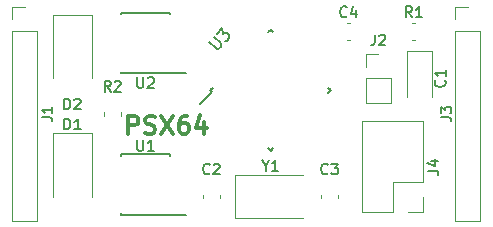
<source format=gto>
G04 #@! TF.GenerationSoftware,KiCad,Pcbnew,(5.1.2-1)-1*
G04 #@! TF.CreationDate,2019-05-25T15:40:47+02:00*
G04 #@! TF.ProjectId,PSX64 Interface,50535836-3420-4496-9e74-657266616365,1.0*
G04 #@! TF.SameCoordinates,Original*
G04 #@! TF.FileFunction,Legend,Top*
G04 #@! TF.FilePolarity,Positive*
%FSLAX46Y46*%
G04 Gerber Fmt 4.6, Leading zero omitted, Abs format (unit mm)*
G04 Created by KiCad (PCBNEW (5.1.2-1)-1) date 2019-05-25 15:40:47*
%MOMM*%
%LPD*%
G04 APERTURE LIST*
%ADD10C,0.375000*%
%ADD11C,0.150000*%
%ADD12C,0.120000*%
G04 APERTURE END LIST*
D10*
X116250000Y-134678571D02*
X116250000Y-133178571D01*
X116821428Y-133178571D01*
X116964285Y-133250000D01*
X117035714Y-133321428D01*
X117107142Y-133464285D01*
X117107142Y-133678571D01*
X117035714Y-133821428D01*
X116964285Y-133892857D01*
X116821428Y-133964285D01*
X116250000Y-133964285D01*
X117678571Y-134607142D02*
X117892857Y-134678571D01*
X118250000Y-134678571D01*
X118392857Y-134607142D01*
X118464285Y-134535714D01*
X118535714Y-134392857D01*
X118535714Y-134250000D01*
X118464285Y-134107142D01*
X118392857Y-134035714D01*
X118250000Y-133964285D01*
X117964285Y-133892857D01*
X117821428Y-133821428D01*
X117750000Y-133750000D01*
X117678571Y-133607142D01*
X117678571Y-133464285D01*
X117750000Y-133321428D01*
X117821428Y-133250000D01*
X117964285Y-133178571D01*
X118321428Y-133178571D01*
X118535714Y-133250000D01*
X119035714Y-133178571D02*
X120035714Y-134678571D01*
X120035714Y-133178571D02*
X119035714Y-134678571D01*
X121250000Y-133178571D02*
X120964285Y-133178571D01*
X120821428Y-133250000D01*
X120750000Y-133321428D01*
X120607142Y-133535714D01*
X120535714Y-133821428D01*
X120535714Y-134392857D01*
X120607142Y-134535714D01*
X120678571Y-134607142D01*
X120821428Y-134678571D01*
X121107142Y-134678571D01*
X121250000Y-134607142D01*
X121321428Y-134535714D01*
X121392857Y-134392857D01*
X121392857Y-134035714D01*
X121321428Y-133892857D01*
X121250000Y-133821428D01*
X121107142Y-133750000D01*
X120821428Y-133750000D01*
X120678571Y-133821428D01*
X120607142Y-133892857D01*
X120535714Y-134035714D01*
X122678571Y-133678571D02*
X122678571Y-134678571D01*
X122321428Y-133107142D02*
X121964285Y-134178571D01*
X122892857Y-134178571D01*
D11*
X123332575Y-131159099D02*
X122324948Y-132166726D01*
X128300000Y-125873476D02*
X128070190Y-126103286D01*
X133426524Y-131000000D02*
X133196714Y-131229810D01*
X128300000Y-136126524D02*
X128529810Y-135896714D01*
X123173476Y-131000000D02*
X123403286Y-130770190D01*
X128300000Y-136126524D02*
X128070190Y-135896714D01*
X133426524Y-131000000D02*
X133196714Y-130770190D01*
X128300000Y-125873476D02*
X128529810Y-126103286D01*
X123173476Y-131000000D02*
X123332575Y-131159099D01*
D12*
X141960000Y-131600000D02*
X141960000Y-127680000D01*
X141960000Y-127680000D02*
X139840000Y-127680000D01*
X139840000Y-127680000D02*
X139840000Y-131600000D01*
X124010000Y-139850000D02*
X124010000Y-140150000D01*
X122590000Y-139850000D02*
X122590000Y-140150000D01*
X132590000Y-139850000D02*
X132590000Y-140150000D01*
X134010000Y-139850000D02*
X134010000Y-140150000D01*
X135050000Y-126710000D02*
X134750000Y-126710000D01*
X135050000Y-125290000D02*
X134750000Y-125290000D01*
X113150000Y-134600000D02*
X109850000Y-134600000D01*
X109850000Y-134600000D02*
X109850000Y-140000000D01*
X113150000Y-134600000D02*
X113150000Y-140000000D01*
X113150000Y-124600000D02*
X113150000Y-130000000D01*
X109850000Y-124600000D02*
X109850000Y-130000000D01*
X113150000Y-124600000D02*
X109850000Y-124600000D01*
X106440000Y-123940000D02*
X107500000Y-123940000D01*
X106440000Y-125000000D02*
X106440000Y-123940000D01*
X106440000Y-126000000D02*
X108560000Y-126000000D01*
X108560000Y-126000000D02*
X108560000Y-142060000D01*
X106440000Y-126000000D02*
X106440000Y-142060000D01*
X106440000Y-142060000D02*
X108560000Y-142060000D01*
X136340000Y-132060000D02*
X138460000Y-132060000D01*
X136340000Y-130000000D02*
X136340000Y-132060000D01*
X138460000Y-130000000D02*
X138460000Y-132060000D01*
X136340000Y-130000000D02*
X138460000Y-130000000D01*
X136340000Y-129000000D02*
X136340000Y-127940000D01*
X136340000Y-127940000D02*
X137400000Y-127940000D01*
X143940000Y-142060000D02*
X146060000Y-142060000D01*
X143940000Y-126000000D02*
X143940000Y-142060000D01*
X146060000Y-126000000D02*
X146060000Y-142060000D01*
X143940000Y-126000000D02*
X146060000Y-126000000D01*
X143940000Y-125000000D02*
X143940000Y-123940000D01*
X143940000Y-123940000D02*
X145000000Y-123940000D01*
X140250000Y-125290000D02*
X140550000Y-125290000D01*
X140250000Y-126710000D02*
X140550000Y-126710000D01*
X115610000Y-133150000D02*
X115610000Y-132850000D01*
X114190000Y-133150000D02*
X114190000Y-132850000D01*
D11*
X119775000Y-141575000D02*
X119775000Y-141525000D01*
X115625000Y-141575000D02*
X115625000Y-141430000D01*
X115625000Y-136425000D02*
X115625000Y-136570000D01*
X119775000Y-136425000D02*
X119775000Y-136570000D01*
X119775000Y-141575000D02*
X115625000Y-141575000D01*
X119775000Y-136425000D02*
X115625000Y-136425000D01*
X119775000Y-141525000D02*
X121175000Y-141525000D01*
X119775000Y-129525000D02*
X121175000Y-129525000D01*
X119775000Y-124425000D02*
X115625000Y-124425000D01*
X119775000Y-129575000D02*
X115625000Y-129575000D01*
X119775000Y-124425000D02*
X119775000Y-124570000D01*
X115625000Y-124425000D02*
X115625000Y-124570000D01*
X115625000Y-129575000D02*
X115625000Y-129430000D01*
X119775000Y-129575000D02*
X119775000Y-129525000D01*
D12*
X131000000Y-138200000D02*
X125250000Y-138200000D01*
X125250000Y-138200000D02*
X125250000Y-141800000D01*
X125250000Y-141800000D02*
X131000000Y-141800000D01*
X141230000Y-133590000D02*
X136030000Y-133590000D01*
X141230000Y-138730000D02*
X141230000Y-133590000D01*
X136030000Y-141330000D02*
X136030000Y-133590000D01*
X141230000Y-138730000D02*
X138630000Y-138730000D01*
X138630000Y-138730000D02*
X138630000Y-141330000D01*
X138630000Y-141330000D02*
X136030000Y-141330000D01*
X141230000Y-140000000D02*
X141230000Y-141330000D01*
X141230000Y-141330000D02*
X139900000Y-141330000D01*
D11*
X123096030Y-126873526D02*
X123668450Y-127445946D01*
X123769465Y-127479618D01*
X123836809Y-127479618D01*
X123937824Y-127445946D01*
X124072511Y-127311259D01*
X124106183Y-127210244D01*
X124106183Y-127142900D01*
X124072511Y-127041885D01*
X123500091Y-126469465D01*
X123769465Y-126200091D02*
X124207198Y-125762359D01*
X124240870Y-126267435D01*
X124341885Y-126166420D01*
X124442900Y-126132748D01*
X124510244Y-126132748D01*
X124611259Y-126166420D01*
X124779618Y-126334778D01*
X124813290Y-126435794D01*
X124813290Y-126503137D01*
X124779618Y-126604152D01*
X124577587Y-126806183D01*
X124476572Y-126839855D01*
X124409229Y-126839855D01*
X143021428Y-130150000D02*
X143064285Y-130192857D01*
X143107142Y-130321428D01*
X143107142Y-130407142D01*
X143064285Y-130535714D01*
X142978571Y-130621428D01*
X142892857Y-130664285D01*
X142721428Y-130707142D01*
X142592857Y-130707142D01*
X142421428Y-130664285D01*
X142335714Y-130621428D01*
X142250000Y-130535714D01*
X142207142Y-130407142D01*
X142207142Y-130321428D01*
X142250000Y-130192857D01*
X142292857Y-130150000D01*
X143107142Y-129292857D02*
X143107142Y-129807142D01*
X143107142Y-129550000D02*
X142207142Y-129550000D01*
X142335714Y-129635714D01*
X142421428Y-129721428D01*
X142464285Y-129807142D01*
X123150000Y-138021428D02*
X123107142Y-138064285D01*
X122978571Y-138107142D01*
X122892857Y-138107142D01*
X122764285Y-138064285D01*
X122678571Y-137978571D01*
X122635714Y-137892857D01*
X122592857Y-137721428D01*
X122592857Y-137592857D01*
X122635714Y-137421428D01*
X122678571Y-137335714D01*
X122764285Y-137250000D01*
X122892857Y-137207142D01*
X122978571Y-137207142D01*
X123107142Y-137250000D01*
X123150000Y-137292857D01*
X123492857Y-137292857D02*
X123535714Y-137250000D01*
X123621428Y-137207142D01*
X123835714Y-137207142D01*
X123921428Y-137250000D01*
X123964285Y-137292857D01*
X124007142Y-137378571D01*
X124007142Y-137464285D01*
X123964285Y-137592857D01*
X123450000Y-138107142D01*
X124007142Y-138107142D01*
X133150000Y-138021428D02*
X133107142Y-138064285D01*
X132978571Y-138107142D01*
X132892857Y-138107142D01*
X132764285Y-138064285D01*
X132678571Y-137978571D01*
X132635714Y-137892857D01*
X132592857Y-137721428D01*
X132592857Y-137592857D01*
X132635714Y-137421428D01*
X132678571Y-137335714D01*
X132764285Y-137250000D01*
X132892857Y-137207142D01*
X132978571Y-137207142D01*
X133107142Y-137250000D01*
X133150000Y-137292857D01*
X133450000Y-137207142D02*
X134007142Y-137207142D01*
X133707142Y-137550000D01*
X133835714Y-137550000D01*
X133921428Y-137592857D01*
X133964285Y-137635714D01*
X134007142Y-137721428D01*
X134007142Y-137935714D01*
X133964285Y-138021428D01*
X133921428Y-138064285D01*
X133835714Y-138107142D01*
X133578571Y-138107142D01*
X133492857Y-138064285D01*
X133450000Y-138021428D01*
X134750000Y-124721428D02*
X134707142Y-124764285D01*
X134578571Y-124807142D01*
X134492857Y-124807142D01*
X134364285Y-124764285D01*
X134278571Y-124678571D01*
X134235714Y-124592857D01*
X134192857Y-124421428D01*
X134192857Y-124292857D01*
X134235714Y-124121428D01*
X134278571Y-124035714D01*
X134364285Y-123950000D01*
X134492857Y-123907142D01*
X134578571Y-123907142D01*
X134707142Y-123950000D01*
X134750000Y-123992857D01*
X135521428Y-124207142D02*
X135521428Y-124807142D01*
X135307142Y-123864285D02*
X135092857Y-124507142D01*
X135650000Y-124507142D01*
X110835714Y-134307142D02*
X110835714Y-133407142D01*
X111050000Y-133407142D01*
X111178571Y-133450000D01*
X111264285Y-133535714D01*
X111307142Y-133621428D01*
X111350000Y-133792857D01*
X111350000Y-133921428D01*
X111307142Y-134092857D01*
X111264285Y-134178571D01*
X111178571Y-134264285D01*
X111050000Y-134307142D01*
X110835714Y-134307142D01*
X112207142Y-134307142D02*
X111692857Y-134307142D01*
X111950000Y-134307142D02*
X111950000Y-133407142D01*
X111864285Y-133535714D01*
X111778571Y-133621428D01*
X111692857Y-133664285D01*
X110835714Y-132607142D02*
X110835714Y-131707142D01*
X111050000Y-131707142D01*
X111178571Y-131750000D01*
X111264285Y-131835714D01*
X111307142Y-131921428D01*
X111350000Y-132092857D01*
X111350000Y-132221428D01*
X111307142Y-132392857D01*
X111264285Y-132478571D01*
X111178571Y-132564285D01*
X111050000Y-132607142D01*
X110835714Y-132607142D01*
X111692857Y-131792857D02*
X111735714Y-131750000D01*
X111821428Y-131707142D01*
X112035714Y-131707142D01*
X112121428Y-131750000D01*
X112164285Y-131792857D01*
X112207142Y-131878571D01*
X112207142Y-131964285D01*
X112164285Y-132092857D01*
X111650000Y-132607142D01*
X112207142Y-132607142D01*
X108907142Y-133300000D02*
X109550000Y-133300000D01*
X109678571Y-133342857D01*
X109764285Y-133428571D01*
X109807142Y-133557142D01*
X109807142Y-133642857D01*
X109807142Y-132400000D02*
X109807142Y-132914285D01*
X109807142Y-132657142D02*
X108907142Y-132657142D01*
X109035714Y-132742857D01*
X109121428Y-132828571D01*
X109164285Y-132914285D01*
X137100000Y-126307142D02*
X137100000Y-126950000D01*
X137057142Y-127078571D01*
X136971428Y-127164285D01*
X136842857Y-127207142D01*
X136757142Y-127207142D01*
X137485714Y-126392857D02*
X137528571Y-126350000D01*
X137614285Y-126307142D01*
X137828571Y-126307142D01*
X137914285Y-126350000D01*
X137957142Y-126392857D01*
X138000000Y-126478571D01*
X138000000Y-126564285D01*
X137957142Y-126692857D01*
X137442857Y-127207142D01*
X138000000Y-127207142D01*
X142707142Y-133300000D02*
X143350000Y-133300000D01*
X143478571Y-133342857D01*
X143564285Y-133428571D01*
X143607142Y-133557142D01*
X143607142Y-133642857D01*
X142707142Y-132957142D02*
X142707142Y-132400000D01*
X143050000Y-132700000D01*
X143050000Y-132571428D01*
X143092857Y-132485714D01*
X143135714Y-132442857D01*
X143221428Y-132400000D01*
X143435714Y-132400000D01*
X143521428Y-132442857D01*
X143564285Y-132485714D01*
X143607142Y-132571428D01*
X143607142Y-132828571D01*
X143564285Y-132914285D01*
X143521428Y-132957142D01*
X140250000Y-124807142D02*
X139950000Y-124378571D01*
X139735714Y-124807142D02*
X139735714Y-123907142D01*
X140078571Y-123907142D01*
X140164285Y-123950000D01*
X140207142Y-123992857D01*
X140250000Y-124078571D01*
X140250000Y-124207142D01*
X140207142Y-124292857D01*
X140164285Y-124335714D01*
X140078571Y-124378571D01*
X139735714Y-124378571D01*
X141107142Y-124807142D02*
X140592857Y-124807142D01*
X140850000Y-124807142D02*
X140850000Y-123907142D01*
X140764285Y-124035714D01*
X140678571Y-124121428D01*
X140592857Y-124164285D01*
X114750000Y-131107142D02*
X114450000Y-130678571D01*
X114235714Y-131107142D02*
X114235714Y-130207142D01*
X114578571Y-130207142D01*
X114664285Y-130250000D01*
X114707142Y-130292857D01*
X114750000Y-130378571D01*
X114750000Y-130507142D01*
X114707142Y-130592857D01*
X114664285Y-130635714D01*
X114578571Y-130678571D01*
X114235714Y-130678571D01*
X115092857Y-130292857D02*
X115135714Y-130250000D01*
X115221428Y-130207142D01*
X115435714Y-130207142D01*
X115521428Y-130250000D01*
X115564285Y-130292857D01*
X115607142Y-130378571D01*
X115607142Y-130464285D01*
X115564285Y-130592857D01*
X115050000Y-131107142D01*
X115607142Y-131107142D01*
X117014285Y-135207142D02*
X117014285Y-135935714D01*
X117057142Y-136021428D01*
X117100000Y-136064285D01*
X117185714Y-136107142D01*
X117357142Y-136107142D01*
X117442857Y-136064285D01*
X117485714Y-136021428D01*
X117528571Y-135935714D01*
X117528571Y-135207142D01*
X118428571Y-136107142D02*
X117914285Y-136107142D01*
X118171428Y-136107142D02*
X118171428Y-135207142D01*
X118085714Y-135335714D01*
X118000000Y-135421428D01*
X117914285Y-135464285D01*
X117014285Y-129907142D02*
X117014285Y-130635714D01*
X117057142Y-130721428D01*
X117100000Y-130764285D01*
X117185714Y-130807142D01*
X117357142Y-130807142D01*
X117442857Y-130764285D01*
X117485714Y-130721428D01*
X117528571Y-130635714D01*
X117528571Y-129907142D01*
X117914285Y-129992857D02*
X117957142Y-129950000D01*
X118042857Y-129907142D01*
X118257142Y-129907142D01*
X118342857Y-129950000D01*
X118385714Y-129992857D01*
X118428571Y-130078571D01*
X118428571Y-130164285D01*
X118385714Y-130292857D01*
X117871428Y-130807142D01*
X118428571Y-130807142D01*
X127871428Y-137378571D02*
X127871428Y-137807142D01*
X127571428Y-136907142D02*
X127871428Y-137378571D01*
X128171428Y-136907142D01*
X128942857Y-137807142D02*
X128428571Y-137807142D01*
X128685714Y-137807142D02*
X128685714Y-136907142D01*
X128600000Y-137035714D01*
X128514285Y-137121428D01*
X128428571Y-137164285D01*
X141607142Y-137800000D02*
X142250000Y-137800000D01*
X142378571Y-137842857D01*
X142464285Y-137928571D01*
X142507142Y-138057142D01*
X142507142Y-138142857D01*
X141907142Y-136985714D02*
X142507142Y-136985714D01*
X141564285Y-137200000D02*
X142207142Y-137414285D01*
X142207142Y-136857142D01*
M02*

</source>
